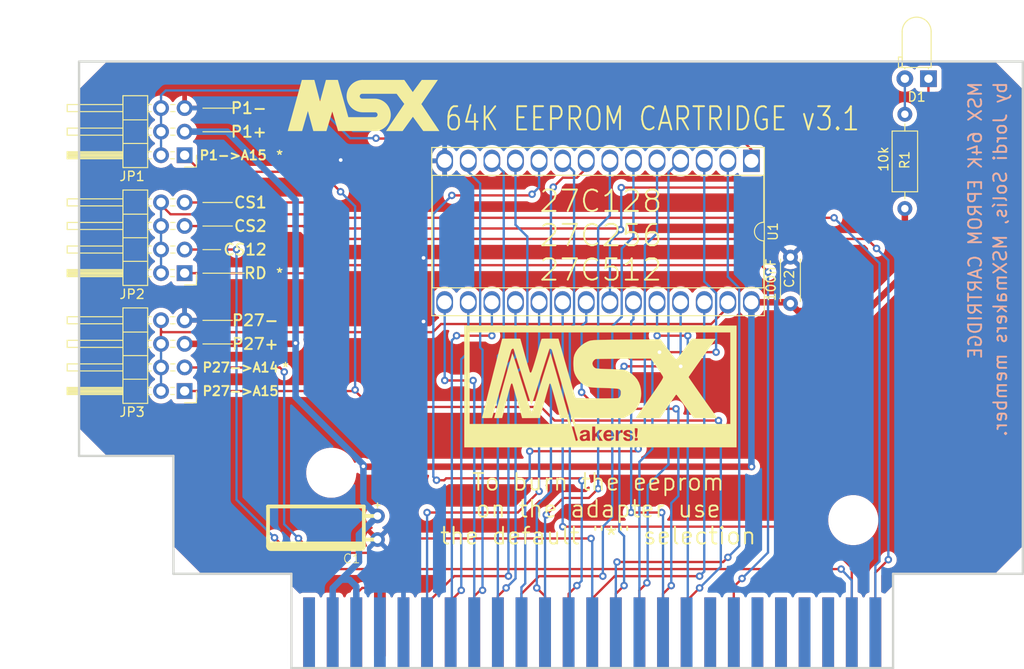
<source format=kicad_pcb>
(kicad_pcb (version 20240108) (generator "pcbnew") (generator_version "8.0")
  (layers (0 "F.Cu" signal) (31 "B.Cu" signal) (34 "B.Paste" user) (35 "F.Paste" user) (36 "B.SilkS" user "B.Silkscreen") (37 "F.SilkS" user "F.Silkscreen") (38 "B.Mask" user) (39 "F.Mask" user) (44 "Edge.Cuts" user))
  (net 0 "")
  (net 1 "+5V")
  (net 2 "GND")
  (net 3 "Net-(D1-A)")
  (net 4 "/~{OE}")
  (net 5 "/A15")
  (net 6 "/P1")
  (net 7 "/~{CS2}")
  (net 8 "/~{CS12}")
  (net 9 "/~{RD}")
  (net 10 "/~{CS1}")
  (net 11 "/P27")
  (net 12 "/A14")
  (net 13 "/D3")
  (net 14 "/D4")
  (net 15 "/A5")
  (net 16 "/A11")
  (net 17 "/D1")
  (net 18 "/A6")
  (net 19 "/A7")
  (net 20 "/~{SLTSL}")
  (net 21 "/D2")
  (net 22 "/A10")
  (net 23 "/D7")
  (net 24 "/D0")
  (net 25 "/A2")
  (net 26 "/A3")
  (net 27 "/D6")
  (net 28 "/A4")
  (net 29 "/A1")
  (net 30 "/A0")
  (net 31 "/A8")
  (net 32 "/A9")
  (net 33 "/A13")
  (net 34 "/A12")
  (net 35 "/D5")
  (net 47 "Net-(CN1-SW1)")
  (footprint "Connector_PinHeader_2.54mm:PinHeader_2x04_P2.54mm_Horizontal" (layer "F.Cu") (at 112.965 97.145 180)
    (property "Reference" "JP3")
    (property "Value" "PinHeader_2x04_P2.54mm_Horizontal")
  )
  (footprint "Capacitor_THT:C_Disc_D4.3mm_W1.9mm_P5.00mm" (layer "F.Cu") (at 178.181 87.72 90)
    (property "Reference" "C2")
    (property "Value" "100nF")
  )
  (footprint "MSXmakers:CP_tumbado" (layer "F.Cu") (at 133.73 111.88 -90)
    (property "Reference" "C1")
    (property "Value" "100uF")
  )
  (footprint "LED_THT:LED_D3.0mm_Horizontal_O1.27mm_Z2.0mm" (layer "F.Cu") (at 193.04 63.5 180)
    (property "Reference" "D1")
    (property "Value" "LED_D3.0mm")
  )
  (footprint "Resistor_THT:R_Axial_DIN0207_L6.3mm_D2.5mm_P10.16mm_Horizontal" (layer "F.Cu") (at 190.5 77.49 90)
    (property "Reference" "R1")
    (property "Value" "10k")
  )
  (footprint "MSXmakers:DIP-28c_W15.24mm_Socket_LongPads" (layer "F.Cu") (at 173.98 72.35 -90)
    (property "Reference" "U1")
    (property "Value" "W27C512")
  )
  (footprint "Connector_PinHeader_2.54mm:PinHeader_2x03_P2.54mm_Horizontal" (layer "F.Cu") (at 112.965 71.745 180)
    (property "Reference" "JP1")
    (property "Value" "PinHeader_2x03_P2.54mm_Horizontal")
  )
  (footprint "MSXmakers:Logo_MSXmakers_fsilk_29x14_neg" (layer "F.Cu") (at 157.71 96.64)
    (property "Reference" "LO1" (hide yes))
    (property "Value" "LOGO" (hide yes))
  )
  (footprint "MSXmakers:CARTRIDGE_#_MSX_XL" (layer "F.Cu") (at 156.845 122.555)
    (property "Reference" "CN1" (hide yes))
    (property "Value" "MSX_SLOT_CON" (hide yes))
    (fp_line (start -55.245 -18.415) (end -55.245 -60.9) (stroke (width 0.254)) (layer "Edge.Cuts"))
    (fp_line (start -55.24 -60.9) (end 46.35 -60.9) (stroke (width 0.254)) (layer "Edge.Cuts"))
    (fp_line (start -45.085 -18.415) (end -55.245 -18.415) (stroke (width 0.254)) (layer "Edge.Cuts"))
    (fp_line (start -45.085 -5.715) (end -45.085 -18.415) (stroke (width 0.254)) (layer "Edge.Cuts"))
    (fp_line (start -32.385 -5.715) (end -45.085 -5.715) (stroke (width 0.254)) (layer "Edge.Cuts"))
    (fp_line (start -32.385 4.445) (end -32.385 -5.715) (stroke (width 0.254)) (layer "Edge.Cuts"))
    (fp_line (start 32.385 -5.715) (end 32.385 4.445) (stroke (width 0.254)) (layer "Edge.Cuts"))
    (fp_line (start 32.385 4.445) (end -32.385 4.445) (stroke (width 0.254)) (layer "Edge.Cuts"))
    (fp_line (start 46.355 -60.9) (end 46.355 -5.715) (stroke (width 0.254)) (layer "Edge.Cuts"))
    (fp_line (start 46.355 -5.715) (end 32.385 -5.715) (stroke (width 0.254)) (layer "Edge.Cuts"))
  )
  (footprint "Connector_PinHeader_2.54mm:PinHeader_2x04_P2.54mm_Horizontal" (layer "F.Cu") (at 112.965 84.445 180)
    (property "Reference" "JP2")
    (property "Value" "PinHeader_2x04_P2.54mm_Horizontal")
  )
  (gr_poly (pts (xy 126.819 69.141) (xy 126.235 66.982) (xy 125.613 69.141) (xy 124.063 69.141) (xy 125.587 63.629) (xy 126.933 63.629) (xy 127.543 65.953) (xy 128.178 63.629) (xy 129.461 63.629) (xy 130.591 67.642) (xy 133.474 67.642) (xy 133.506 67.641) (xy 133.538 67.635) (xy 133.569 67.625) (xy 133.599 67.611) (xy 133.626 67.594) (xy 133.651 67.574) (xy 133.674 67.55) (xy 133.693 67.524) (xy 133.71 67.496) (xy 133.722 67.466) (xy 133.731 67.435) (xy 133.736 67.403) (xy 133.736 67.37) (xy 133.733 67.338) (xy 133.726 67.306) (xy 133.715 67.276) (xy 133.701 67.247) (xy 133.682 67.22) (xy 133.661 67.195) (xy 133.637 67.174) (xy 133.61 67.155) (xy 133.582 67.14) (xy 133.551 67.129) (xy 133.52 67.121) (xy 133.488 67.117) (xy 133.455 67.118) (xy 133.423 67.122) (xy 132.153 67.122) (xy 131.937 67.109) (xy 131.725 67.07) (xy 131.519 67.005) (xy 131.323 66.915) (xy 131.139 66.802) (xy 130.97 66.667) (xy 130.82 66.512) (xy 130.69 66.339) (xy 130.582 66.152) (xy 130.498 65.954) (xy 130.439 65.746) (xy 130.406 65.532) (xy 130.4 65.316) (xy 130.42 65.101) (xy 130.467 64.891) (xy 130.539 64.687) (xy 130.636 64.494) (xy 130.756 64.315) (xy 130.897 64.151) (xy 131.058 64.006) (xy 131.234 63.882) (xy 131.425 63.781) (xy 131.627 63.704) (xy 131.837 63.653) (xy 132.051 63.628) (xy 132.267 63.629) (xy 136.611 63.629) (xy 137.525 64.938) (xy 138.49 63.629) (xy 140.23 63.629) (xy 138.452 66.233) (xy 140.395 69.141) (xy 138.655 69.141) (xy 137.538 67.604) (xy 136.433 69.141) (xy 134.642 69.141) (xy 136.611 66.22) (xy 135.785 65.128) (xy 132.077 65.128) (xy 132.045 65.13) (xy 132.014 65.136) (xy 131.983 65.146) (xy 131.954 65.159) (xy 131.927 65.176) (xy 131.902 65.196) (xy 131.88 65.218) (xy 131.861 65.244) (xy 131.845 65.272) (xy 131.832 65.301) (xy 131.824 65.332) (xy 131.819 65.363) (xy 131.817 65.395) (xy 131.82 65.427) (xy 131.827 65.458) (xy 131.837 65.488) (xy 131.851 65.516) (xy 131.868 65.543) (xy 131.889 65.568) (xy 131.912 65.589) (xy 131.938 65.608) (xy 131.966 65.624) (xy 131.995 65.636) (xy 132.026 65.644) (xy 132.058 65.648) (xy 132.09 65.649) (xy 133.41 65.649) (xy 133.622 65.661) (xy 133.83 65.7) (xy 134.032 65.763) (xy 134.225 65.85) (xy 134.407 65.96) (xy 134.573 66.091) (xy 134.723 66.241) (xy 134.853 66.408) (xy 134.963 66.589) (xy 135.049 66.783) (xy 135.112 66.985) (xy 135.149 67.194) (xy 135.162 67.405) (xy 135.148 67.617) (xy 135.11 67.825) (xy 135.046 68.027) (xy 134.959 68.22) (xy 134.848 68.401) (xy 134.717 68.567) (xy 134.567 68.716) (xy 134.4 68.846) (xy 134.218 68.955) (xy 134.024 69.041) (xy 133.822 69.104) (xy 133.614 69.141) (xy 129.486 69.141) (xy 128.864 67.033) (xy 128.229 69.141)) (fill solid) (layer "F.SilkS"))
  (gr_line (start 114.935 79.375) (end 118.11 79.375) (stroke (width 0.12)) (layer "F.SilkS"))
  (gr_line (start 114.935 92.075) (end 118.11 92.075) (stroke (width 0.12)) (layer "F.SilkS"))
  (gr_line (start 114.935 76.835) (end 118.11 76.835) (stroke (width 0.12)) (layer "F.SilkS"))
  (gr_line (start 114.935 66.675) (end 118.11 66.675) (stroke (width 0.12)) (layer "F.SilkS"))
  (gr_line (start 114.935 81.915) (end 116.84 81.915) (stroke (width 0.12)) (layer "F.SilkS"))
  (gr_line (start 114.935 89.535) (end 118.11 89.535) (stroke (width 0.12)) (layer "F.SilkS"))
  (gr_line (start 114.935 69.215) (end 118.11 69.215) (stroke (width 0.12)) (layer "F.SilkS"))
  (gr_line (start 114.935 84.455) (end 119.38 84.455) (stroke (width 0.12)) (layer "F.SilkS"))
  (gr_text "by Jordi Solís, MSXmakers member." (at 200.773 63.714 90) (layer "B.SilkS") (effects (font (size 1.4 1.4) (thickness 0.203)) (justify left mirror)))
  (gr_text "MSX 64K EPROM CARTRIDGE" (at 198.073 63.714 90) (layer "B.SilkS") (effects (font (size 1.4 1.4) (thickness 0.203)) (justify left mirror)))
  (gr_text "P27->A14" (at 123.19 94.615 0) (layer "F.SilkS") (effects (font (size 1 1) (thickness 0.203)) (justify right)))
  (gr_text "CS2" (at 121.92 79.375 0) (layer "F.SilkS") (effects (font (size 1.2 1.2) (thickness 0.203)) (justify right)))
  (gr_text "27C128\n27C256\n27C512" (at 151.003 80.391 0) (layer "F.SilkS") (effects (font (size 2.3 2.3) (thickness 0.203)) (justify left)))
  (gr_text "CS12" (at 121.92 81.915 0) (layer "F.SilkS") (effects (font (size 1.2 1.2) (thickness 0.203)) (justify right)))
  (gr_text "64K EEPROM CARTRIDGE v3.1" (at 140.843 67.818 0) (layer "F.SilkS") (effects (font (size 2.5 2) (thickness 0.203)) (justify left)))
  (gr_text "*" (at 123.19 84.455 0) (layer "F.SilkS") (effects (font (size 1 1))))
  (gr_text "RD" (at 121.92 84.455 0) (layer "F.SilkS") (effects (font (size 1.2 1.2) (thickness 0.203)) (justify right)))
  (gr_text "To burn the eeprom\non the adapter use\nthe default {dblquote}*{dblquote} selection" (at 157.48 109.855 0) (layer "F.SilkS") (effects (font (size 1.8 1.8) (thickness 0.203))))
  (gr_text "P1+" (at 121.92 69.215 0) (layer "F.SilkS") (effects (font (size 1.2 1.2) (thickness 0.203)) (justify right)))
  (gr_text "*" (at 123.19 71.755 0) (layer "F.SilkS") (effects (font (size 1 1))))
  (gr_text "*" (at 123.825 94.615 0) (layer "F.SilkS") (effects (font (size 1 1))))
  (gr_text "P27->A15" (at 123.19 97.155 0) (layer "F.SilkS") (effects (font (size 1 1) (thickness 0.203)) (justify right)))
  (gr_text "P27-" (at 123.19 89.535 0) (layer "F.SilkS") (effects (font (size 1.2 1.2) (thickness 0.203)) (justify right)))
  (gr_text "P27+" (at 123.19 92.075 0) (layer "F.SilkS") (effects (font (size 1.2 1.2) (thickness 0.203)) (justify right)))
  (gr_text "P1->A15" (at 121.92 71.755 0) (layer "F.SilkS") (effects (font (size 1 1) (thickness 0.203)) (justify right)))
  (gr_text "CS1" (at 121.92 76.835 0) (layer "F.SilkS") (effects (font (size 1.2 1.2) (thickness 0.203)) (justify right)))
  (gr_text "P1-" (at 121.92 66.675 0) (layer "F.SilkS") (effects (font (size 1.2 1.2) (thickness 0.203)) (justify right)))
  (segment (start 132.25 105.3) (end 132.21 105.26) (width 0.7) (layer "F.Cu") (net 1))
  (segment (start 190.5 84.457792) (end 186.427792 88.53) (width 0.7) (layer "F.Cu") (net 1))
  (segment (start 186.427792 88.53) (end 178.991 88.53) (width 0.7) (layer "F.Cu") (net 1))
  (segment (start 174.11 87.72) (end 173.98 87.59) (width 0.7) (layer "F.Cu") (net 1))
  (segment (start 174.365 87.757) (end 173.983 88.139) (width 0.7) (layer "F.Cu") (net 1))
  (segment (start 124.91 91.99) (end 124.835 92.065) (width 0.7) (layer "F.Cu") (net 1))
  (segment (start 178.051 87.59) (end 178.181 87.72) (width 0.7) (layer "F.Cu") (net 1))
  (segment (start 178.991 88.53) (end 178.181 87.72) (width 0.7) (layer "F.Cu") (net 1))
  (segment (start 173.98 87.59) (end 178.051 87.59) (width 0.7) (layer "F.Cu") (net 1))
  (segment (start 190.5 77.49) (end 190.5 84.457792) (width 0.7) (layer "F.Cu") (net 1))
  (segment (start 124.835 92.065) (end 112.965 92.065) (width 0.7) (layer "F.Cu") (net 1))
  (segment (start 174 105.3) (end 132.25 105.3) (width 0.7) (layer "F.Cu") (net 1))
  (via (at 132.21 105.26) (size 0.8) (drill 0.4) (layers "F.Cu" "B.Cu") (net 1))
  (via (at 174 105.3) (size 0.8) (drill 0.4) (layers "F.Cu" "B.Cu") (net 1))
  (via (at 124.91 91.99) (size 0.8) (drill 0.4) (layers "F.Cu" "B.Cu") (net 1))
  (segment (start 124.91 97.79) (end 132.21 105.09) (width 0.7) (layer "B.Cu") (net 1))
  (segment (start 124.91 91.99) (end 124.91 97.79) (width 0.7) (layer "B.Cu") (net 1))
  (segment (start 133.73 110.61) (end 132.21 109.09) (width 0.7) (layer "B.Cu") (net 1))
  (segment (start 117.535 69.205) (end 112.965 69.205) (width 0.7) (layer "B.Cu") (net 1))
  (segment (start 131.731 115.559) (end 131.731 112.609) (width 0.7) (layer "B.Cu") (net 1))
  (segment (start 128.905 118.385) (end 128.905 123.19) (width 0.7) (layer "B.Cu") (net 1))
  (segment (start 132.21 105.09) (end 132.21 105.26) (width 0.7) (layer "B.Cu") (net 1))
  (segment (start 131.731 112.609) (end 133.73 110.61) (width 0.7) (layer "B.Cu") (net 1))
  (segment (start 131.445 118.205) (end 130.71 117.47) (width 0.7) (layer "B.Cu") (net 1))
  (segment (start 124.91 91.99) (end 124.91 76.58) (width 0.7) (layer "B.Cu") (net 1))
  (segment (start 124.91 76.58) (end 117.535 69.205) (width 0.7) (layer "B.Cu") (net 1))
  (segment (start 130.71 117.47) (end 129.82 117.47) (width 0.7) (layer "B.Cu") (net 1))
  (segment (start 174 105.3) (end 173.98 105.28) (width 0.7) (layer "B.Cu") (net 1))
  (segment (start 173.98 105.28) (end 173.98 87.59) (width 0.7) (layer "B.Cu") (net 1))
  (segment (start 131.731 115.559) (end 129.82 117.47) (width 0.7) (layer "B.Cu") (net 1))
  (segment (start 129.82 117.47) (end 128.905 118.385) (width 0.7) (layer "B.Cu") (net 1))
  (segment (start 131.445 123.19) (end 131.445 118.205) (width 0.7) (layer "B.Cu") (net 1))
  (segment (start 132.21 109.09) (end 132.21 105.26) (width 0.7) (layer "B.Cu") (net 1))
  (segment (start 110.87 87.43) (end 107.37 83.93) (width 0.2) (layer "F.Cu") (net 2))
  (segment (start 139.748 81.74) (end 177.201 81.74) (width 0.25) (layer "F.Cu") (net 2))
  (segment (start 129.7686 72.263) (end 123.633 72.263) (width 0.25) (layer "F.Cu") (net 2))
  (segment (start 107.37 64.87) (end 107.88 64.36) (width 0.2) (layer "F.Cu") (net 2))
  (segment (start 118.045 66.675) (end 114.489 66.675) (width 0.25) (layer "F.Cu") (net 2))
  (segment (start 111.19 64.37) (end 111.2 64.38) (width 0.2) (layer "F.Cu") (net 2))
  (segment (start 138.731 82.757) (end 138.684 82.804) (width 0.7) (layer "F.Cu") (net 2))
  (segment (start 116.015 66.675) (end 112.965 66.675) (width 0.25) (layer "F.Cu") (net 2))
  (segment (start 123.633 72.263) (end 118.045 66.675) (width 0.25) (layer "F.Cu") (net 2))
  (segment (start 107.37 83.93) (end 107.37 64.87) (width 0.2) (layer "F.Cu") (net 2))
  (segment (start 107.88 64.36) (end 111.2 64.36) (width 0.2) (layer "F.Cu") (net 2))
  (segment (start 112.965 66.665) (end 112.965 64.405) (width 0.25) (layer "F.Cu") (net 2))
  (segment (start 177.201 81.74) (end 178.181 82.72) (width 0.25) (layer "F.Cu") (net 2))
  (segment (start 118.045 66.675) (end 116.015 66.675) (width 0.25) (layer "F.Cu") (net 2))
  (segment (start 112.965 89.525) (end 112.965 87.685) (width 0.2) (layer "F.Cu") (net 2))
  (segment (start 111.2 64.38) (end 112.94 64.38) (width 0.2) (layer "F.Cu") (net 2))
  (segment (start 112.965 64.405) (end 112.94 64.38) (width 0.25) (layer "F.Cu") (net 2))
  (segment (start 116.521 66.675) (end 116.015 66.675) (width 0.25) (layer "F.Cu") (net 2))
  (segment (start 112.71 87.43) (end 110.87 87.43) (width 0.2) (layer "F.Cu") (net 2))
  (segment (start 138.684 82.804) (end 139.748 81.74) (width 0.25) (layer "F.Cu") (net 2))
  (segment (start 112.965 87.685) (end 112.71 87.43) (width 0.2) (layer "F.Cu") (net 2))
  (via (at 138.684 89.662) (size 0.8) (drill 0.4) (layers "F.Cu" "B.Cu") (net 2))
  (via (at 129.7686 72.263) (size 0.8) (drill 0.4) (layers "F.Cu" "B.Cu") (net 2))
  (via (at 138.684 82.804) (size 0.8) (drill 0.4) (layers "F.Cu" "B.Cu") (net 2))
  (segment (start 138.684 72.29) (end 138.684 82.804) (width 0.25) (layer "B.Cu") (net 2))
  (segment (start 135.56 111.328) (end 133.731 113.157) (width 0.25) (layer "B.Cu") (net 2))
  (segment (start 140.963 72.29) (end 138.684 72.29) (width 0.25) (layer "B.Cu") (net 2))
  (segment (start 136.525 115.951) (end 133.731 113.157) (width 0.25) (layer "B.Cu") (net 2))
  (segment (start 134.862 114.288) (end 133.985 115.165) (width 0.25) (layer "B.Cu") (net 2))
  (segment (start 138.684 82.804) (end 138.684 89.662) (width 0.25) (layer "B.Cu") (net 2))
  (segment (start 135.56 106.947902) (end 135.56 111.328) (width 0.25) (layer "B.Cu") (net 2))
  (segment (start 140.936 72.263) (end 140.963 72.29) (width 0.7) (layer "B.Cu") (net 2))
  (segment (start 138.684 103.823902) (end 135.56 106.947902) (width 0.25) (layer "B.Cu") (net 2))
  (segment (start 133.985 115.165) (end 133.985 123.19) (width 0.25) (layer "B.Cu") (net 2))
  (segment (start 138.684 89.662) (end 138.684 103.823902) (width 0.25) (layer "B.Cu") (net 2))
  (segment (start 136.525 123.19) (end 136.525 115.951) (width 0.25) (layer "B.Cu") (net 2))
  (segment (start 129.7686 72.263) (end 140.936 72.263) (width 0.25) (layer "B.Cu") (net 2))
  (segment (start 133.731 113.157) (end 134.862 114.288) (width 0.25) (layer "B.Cu") (net 2))
  (segment (start 190.5 63.44) (end 190.435 63.375) (width 0.25) (layer "B.Cu") (net 3))
  (segment (start 190.5 67.33) (end 190.5 63.5) (width 0.25) (layer "B.Cu") (net 3))
  (segment (start 190.5 63.5) (end 190.5 63.44) (width 0.25) (layer "B.Cu") (net 3))
  (segment (start 128.3885 79.6375) (end 159.7745 79.6375) (width 0.25) (layer "F.Cu") (net 4))
  (segment (start 193.04 63.5) (end 193.04 67.31) (width 0.25) (layer "F.Cu") (net 4))
  (segment (start 159.7745 79.6375) (end 159.893 79.756) (width 0.25) (layer "F.Cu") (net 4))
  (segment (start 185.12 75.23) (end 159.97 75.23) (width 0.25) (layer "F.Cu") (net 4))
  (segment (start 126.856 78.105) (end 128.3885 79.6375) (width 0.25) (layer "F.Cu") (net 4))
  (segment (start 110.6805 77.2795) (end 110.2995 76.8985) (width 0.25) (layer "F.Cu") (net 4))
  (segment (start 193.04 67.31) (end 185.12 75.23) (width 0.25) (layer "F.Cu") (net 4))
  (segment (start 111.441 78.105) (end 126.856 78.105) (width 0.25) (layer "F.Cu") (net 4))
  (segment (start 110.679 77.343) (end 111.441 78.105) (width 0.25) (layer "F.Cu") (net 4))
  (via (at 159.893 79.756) (size 0.8) (drill 0.4) (layers "F.Cu" "B.Cu") (net 4))
  (via (at 159.97 75.23) (size 0.8) (drill 0.4) (layers "F.Cu" "B.Cu") (net 4))
  (segment (start 158.75 81.026) (end 159.967511 79.808489) (width 0.25) (layer "B.Cu") (net 4))
  (segment (start 158.75 82.149255) (end 158.75 88.030744) (width 0.25) (layer "B.Cu") (net 4))
  (segment (start 158.75 82.296) (end 158.75 81.026) (width 0.25) (layer "B.Cu") (net 4))
  (segment (start 159.967511 79.808489) (end 159.967511 75.232489) (width 0.25) (layer "B.Cu") (net 4))
  (segment (start 159.967511 75.232489) (end 159.97 75.23) (width 0.25) (layer "B.Cu") (net 4))
  (segment (start 110.425 76.825) (end 110.425 84.445) (width 0.25) (layer "B.Cu") (net 4))
  (segment (start 151.327011 98.862989) (end 133.048189 98.862989) (width 0.25) (layer "F.Cu") (net 5))
  (segment (start 114.743 97.155) (end 113.219 97.155) (width 0.25) (layer "F.Cu") (net 5))
  (segment (start 133.048189 98.862989) (end 131.318 97.1328) (width 0.25) (layer "F.Cu") (net 5))
  (segment (start 131.318 97.1328) (end 131.318 97.028) (width 0.25) (layer "F.Cu") (net 5))
  (segment (start 114.235 97.155) (end 131.191 97.155) (width 0.25) (layer "F.Cu") (net 5))
  (segment (start 168.402 118.364) (end 167.005 119.761) (width 0.25) (layer "F.Cu") (net 5))
  (segment (start 167.005 119.761) (end 167.005 123.19) (width 0.25) (layer "F.Cu") (net 5))
  (segment (start 152.794022 100.33) (end 151.327011 98.862989) (width 0.25) (layer "F.Cu") (net 5))
  (segment (start 170.434 100.33) (end 152.794022 100.33) (width 0.25) (layer "F.Cu") (net 5))
  (segment (start 131.191 97.155) (end 131.318 97.028) (width 0.25) (layer "F.Cu") (net 5))
  (segment (start 127.6 73.53) (end 129.75 75.68) (width 0.25) (layer "F.Cu") (net 5))
  (segment (start 112.965 71.745) (end 114.75 73.53) (width 0.25) (layer "F.Cu") (net 5))
  (segment (start 114.75 73.53) (end 127.6 73.53) (width 0.25) (layer "F.Cu") (net 5))
  (via (at 131.318 97.028) (size 0.8) (drill 0.4) (layers "F.Cu" "B.Cu") (net 5))
  (via (at 129.75 75.68) (size 0.8) (drill 0.4) (layers "F.Cu" "B.Cu") (net 5))
  (via (at 168.402 118.364) (size 0.8) (drill 0.4) (layers "F.Cu" "B.Cu") (net 5))
  (via (at 170.434 100.33) (size 0.8) (drill 0.4) (layers "F.Cu" "B.Cu") (net 5))
  (segment (start 131.318 97.028) (end 131.318 77.248) (width 0.25) (layer "B.Cu") (net 5))
  (segment (start 170.688 100.584) (end 170.688 116.078) (width 0.25) (layer "B.Cu") (net 5))
  (segment (start 170.688 116.078) (end 168.402 118.364) (width 0.25) (layer "B.Cu") (net 5))
  (segment (start 170.434 100.33) (end 170.688 100.584) (width 0.25) (layer "B.Cu") (net 5))
  (segment (start 131.318 77.248) (end 129.75 75.68) (width 0.25) (layer "B.Cu") (net 5))
  (segment (start 133.61 69.95) (end 133.57 69.91) (width 0.25) (layer "F.Cu") (net 6))
  (segment (start 173.983 72.289) (end 173.983 71.139) (width 0.25) (layer "F.Cu") (net 6))
  (segment (start 172.794 69.95) (end 133.61 69.95) (width 0.25) (layer "F.Cu") (net 6))
  (segment (start 173.983 71.139) (end 172.794 69.95) (width 0.25) (layer "F.Cu") (net 6))
  (via (at 133.57 69.91) (size 0.8) (drill 0.4) (layers "F.Cu" "B.Cu") (net 6))
  (segment (start 110.425 65.490489) (end 110.425 65.278) (width 0.25) (layer "B.Cu") (net 6))
  (segment (start 110.425 65.828744) (end 110.425 65.489255) (width 0.25) (layer "B.Cu") (net 6))
  (segment (start 110.425 69.205) (end 110.425 71.745) (width 0.25) (layer "B.Cu") (net 6))
  (segment (start 110.933 64.77) (end 125.9755 64.77) (width 0.25) (layer "B.Cu") (net 6))
  (segment (start 130.7938 69.91) (end 133.57 69.91) (width 0.25) (layer "B.Cu") (net 6))
  (segment (start 110.425 66.665) (end 110.425 69.205) (width 0.25) (layer "B.Cu") (net 6))
  (segment (start 110.425 65.278) (end 110.933 64.77) (width 0.25) (layer "B.Cu") (net 6))
  (segment (start 125.6538 64.77) (end 130.7938 69.91) (width 0.25) (layer "B.Cu") (net 6))
  (segment (start 114.235 79.375) (end 125.73 79.375) (width 0.25) (layer "F.Cu") (net 7))
  (segment (start 187.325 123.19) (end 187.325 116.713) (width 0.25) (layer "F.Cu") (net 7))
  (segment (start 127.117011 80.762011) (end 186.426011 80.762011) (width 0.25) (layer "F.Cu") (net 7))
  (segment (start 113.03 79.375) (end 116.205 79.375) (width 0.25) (layer "F.Cu") (net 7))
  (segment (start 186.426011 80.762011) (end 187.452 81.788) (width 0.25) (layer "F.Cu") (net 7))
  (segment (start 187.325 116.713) (end 188.722 115.316) (width 0.25) (layer "F.Cu") (net 7))
  (segment (start 125.73 79.375) (end 127.117011 80.762011) (width 0.25) (layer "F.Cu") (net 7))
  (via (at 188.722 115.316) (size 0.8) (drill 0.4) (layers "F.Cu" "B.Cu") (net 7))
  (via (at 187.452 81.788) (size 0.8) (drill 0.4) (layers "F.Cu" "B.Cu") (net 7))
  (segment (start 188.722 83.058) (end 187.452 81.788) (width 0.25) (layer "B.Cu") (net 7))
  (segment (start 188.722 115.316) (end 188.722 83.058) (width 0.25) (layer "B.Cu") (net 7))
  (segment (start 183.642 116.332) (end 126.022 116.332) (width 0.25) (layer "F.Cu") (net 8))
  (segment (start 112.965 81.905) (end 118.55 81.905) (width 0.25) (layer "F.Cu") (net 8))
  (segment (start 126.022 116.332) (end 122.64 112.95) (width 0.25) (layer "F.Cu") (net 8))
  (via (at 122.64 112.95) (size 0.8) (drill 0.4) (layers "F.Cu" "B.Cu") (net 8))
  (via (at 183.642 116.332) (size 0.8) (drill 0.4) (layers "F.Cu" "B.Cu") (net 8))
  (via (at 118.55 81.905) (size 0.8) (drill 0.4) (layers "F.Cu" "B.Cu") (net 8))
  (segment (start 183.642 116.332) (end 184.785 117.549414) (width 0.25) (layer "B.Cu") (net 8))
  (segment (start 184.785 117.549414) (end 184.785 123.19) (width 0.25) (layer "B.Cu") (net 8))
  (segment (start 118.55 108.86) (end 118.55 81.905) (width 0.25) (layer "B.Cu") (net 8))
  (segment (start 122.64 112.95) (end 118.55 108.86) (width 0.25) (layer "B.Cu") (net 8))
  (segment (start 129.267511 83.592989) (end 128.40125 84.45925) (width 0.25) (layer "F.Cu") (net 9))
  (segment (start 172.085 118.237) (end 172.085 123.19) (width 0.25) (layer "F.Cu") (net 9))
  (segment (start 172.974 117.348) (end 172.085 118.237) (width 0.25) (layer "F.Cu") (net 9))
  (segment (start 116.586 84.455) (end 114.139511 84.455) (width 0.25) (layer "F.Cu") (net 9))
  (segment (start 128.40125 84.45925) (end 116.59025 84.45925) (width 0.25) (layer "F.Cu") (net 9))
  (segment (start 115.650244 84.455) (end 112.949755 84.455) (width 0.25) (layer "F.Cu") (net 9))
  (segment (start 175.768 84.328) (end 175.032989 83.592989) (width 0.25) (layer "F.Cu") (net 9))
  (segment (start 116.59025 84.45925) (end 116.586 84.455) (width 0.25) (layer "F.Cu") (net 9))
  (segment (start 175.032989 83.592989) (end 129.267511 83.592989) (width 0.25) (layer "F.Cu") (net 9))
  (via (at 172.974 117.348) (size 0.8) (drill 0.4) (layers "F.Cu" "B.Cu") (net 9))
  (via (at 175.768 84.328) (size 0.8) (drill 0.4) (layers "F.Cu" "B.Cu") (net 9))
  (segment (start 175.768 84.328) (end 175.768 114.554) (width 0.25) (layer "B.Cu") (net 9))
  (segment (start 175.768 114.554) (end 172.974 117.348) (width 0.25) (layer "B.Cu") (net 9))
  (segment (start 182.88 78.486) (end 128.905704 78.486) (width 0.25) (layer "F.Cu") (net 10))
  (segment (start 115.152247 76.835) (end 113.447752 76.835) (width 0.25) (layer "F.Cu") (net 10))
  (segment (start 127.254704 76.835) (end 114.935 76.835) (width 0.25) (layer "F.Cu") (net 10))
  (segment (start 128.905704 78.486) (end 127.254704 76.835) (width 0.25) (layer "F.Cu") (net 10))
  (via (at 182.88 78.486) (size 0.8) (drill 0.4) (layers "F.Cu" "B.Cu") (net 10))
  (segment (start 187.769521 115.506479) (end 187.325 115.951) (width 0.25) (layer "B.Cu") (net 10))
  (segment (start 187.325 115.951) (end 187.325 123.19) (width 0.25) (layer "B.Cu") (net 10))
  (segment (start 182.88 78.486) (end 187.769521 83.375521) (width 0.25) (layer "B.Cu") (net 10))
  (segment (start 187.769521 83.375521) (end 187.769521 115.506479) (width 0.25) (layer "B.Cu") (net 10))
  (segment (start 110.41 92.06) (end 110.42 89.36) (width 0.25) (layer "F.Cu") (net 11))
  (segment (start 139.69 90.81) (end 140.57 89.93) (width 0.25) (layer "F.Cu") (net 11))
  (segment (start 140.57 89.93) (end 169.652 89.93) (width 0.25) (layer "F.Cu") (net 11))
  (segment (start 110.459908 90.6995) (end 110.570408 90.81) (width 0.25) (layer "F.Cu") (net 11))
  (segment (start 110.570408 90.81) (end 139.69 90.81) (width 0.25) (layer "F.Cu") (net 11))
  (segment (start 169.652 89.93) (end 171.443 88.139) (width 0.25) (layer "F.Cu") (net 11))
  (segment (start 110.425 97.145) (end 110.425 92.065) (width 0.25) (layer "B.Cu") (net 11))
  (segment (start 156.718 113.03) (end 137.922 113.03) (width 0.25) (layer "F.Cu") (net 12))
  (segment (start 126.772 114.58) (end 125.222 113.03) (width 0.25) (layer "F.Cu") (net 12))
  (segment (start 136.372 114.58) (end 126.772 114.58) (width 0.25) (layer "F.Cu") (net 12))
  (segment (start 115.251 94.615) (end 113.219 94.615) (width 0.25) (layer "F.Cu") (net 12))
  (segment (start 114.235 94.615) (end 123.215 94.615) (width 0.25) (layer "F.Cu") (net 12))
  (segment (start 123.215 94.615) (end 123.69 95.09) (width 0.25) (layer "F.Cu") (net 12))
  (segment (start 137.922 113.03) (end 136.372 114.58) (width 0.25) (layer "F.Cu") (net 12))
  (via (at 123.69 95.09) (size 0.8) (drill 0.4) (layers "F.Cu" "B.Cu") (net 12))
  (via (at 125.222 113.03) (size 0.8) (drill 0.4) (layers "F.Cu" "B.Cu") (net 12))
  (via (at 156.718 113.03) (size 0.8) (drill 0.4) (layers "F.Cu" "B.Cu") (net 12))
  (segment (start 156.718 113.03) (end 156.845 113.157) (width 0.25) (layer "B.Cu") (net 12))
  (segment (start 123.68 111.488) (end 123.68 95.1) (width 0.25) (layer "B.Cu") (net 12))
  (segment (start 125.222 113.03) (end 123.68 111.488) (width 0.25) (layer "B.Cu") (net 12))
  (segment (start 123.68 95.1) (end 123.69 95.09) (width 0.25) (layer "B.Cu") (net 12))
  (segment (start 156.845 113.157) (end 156.845 123.19) (width 0.25) (layer "B.Cu") (net 12))
  (segment (start 140.97 96.012) (end 144.018 96.012) (width 0.25) (layer "F.Cu") (net 13))
  (via (at 140.97 96.012) (size 0.8) (drill 0.4) (layers "F.Cu" "B.Cu") (net 13))
  (via (at 144.018 96.012) (size 0.8) (drill 0.4) (layers "F.Cu" "B.Cu") (net 13))
  (segment (start 144.145 96.139) (end 144.018 96.012) (width 0.25) (layer "B.Cu") (net 13))
  (segment (start 140.97 96.012) (end 140.963 95.751) (width 0.25) (layer "B.Cu") (net 13))
  (segment (start 144.145 98.425) (end 144.145 96.139) (width 0.25) (layer "B.Cu") (net 13))
  (segment (start 140.963 95.751) (end 140.963 88.139) (width 0.25) (layer "B.Cu") (net 13))
  (segment (start 144.145 123.19) (end 144.145 98.425) (width 0.25) (layer "B.Cu") (net 13))
  (segment (start 141.605 123.19) (end 141.605 119.761) (width 0.25) (layer "F.Cu") (net 14))
  (segment (start 141.605 119.761) (end 142.748 118.618) (width 0.25) (layer "F.Cu") (net 14))
  (via (at 142.748 118.618) (size 0.8) (drill 0.4) (layers "F.Cu" "B.Cu") (net 14))
  (segment (start 142.748 118.618) (end 142.748 93.726) (width 0.25) (layer "B.Cu") (net 14))
  (segment (start 143.503 92.971) (end 143.503 88.139) (width 0.25) (layer "B.Cu") (net 14))
  (segment (start 142.748 93.726) (end 143.503 92.971) (width 0.25) (layer "B.Cu") (net 14))
  (segment (start 150.114 103.632) (end 161.544 103.632) (width 0.25) (layer "F.Cu") (net 15))
  (segment (start 161.544 103.632) (end 161.798 103.378) (width 0.25) (layer "F.Cu") (net 15))
  (via (at 161.798 103.378) (size 0.8) (drill 0.4) (layers "F.Cu" "B.Cu") (net 15))
  (via (at 150.114 103.632) (size 0.8) (drill 0.4) (layers "F.Cu" "B.Cu") (net 15))
  (segment (start 149.225 123.19) (end 149.225 118.2878) (width 0.25) (layer "B.Cu") (net 15))
  (segment (start 162.507511 81.459489) (end 163.823 80.144) (width 0.25) (layer "B.Cu") (net 15))
  (segment (start 161.798 103.378) (end 162.507511 102.668489) (width 0.25) (layer "B.Cu") (net 15))
  (segment (start 163.823 80.144) (end 163.823 72.29) (width 0.25) (layer "B.Cu") (net 15))
  (segment (start 150.114 106.5022) (end 149.6314 106.9848) (width 0.25) (layer "B.Cu") (net 15))
  (segment (start 150.114 103.632) (end 150.114 106.5022) (width 0.25) (layer "B.Cu") (net 15))
  (segment (start 149.6314 106.9848) (end 149.6314 117.8814) (width 0.25) (layer "B.Cu") (net 15))
  (segment (start 162.507511 102.668489) (end 162.507511 81.459489) (width 0.25) (layer "B.Cu") (net 15))
  (segment (start 149.6314 117.8814) (end 149.225 118.2878) (width 0.25) (layer "B.Cu") (net 15))
  (segment (start 161.036 110.236) (end 164.322048 110.236) (width 0.25) (layer "F.Cu") (net 16))
  (segment (start 164.322048 110.236) (end 164.323011 110.236963) (width 0.25) (layer "F.Cu") (net 16))
  (via (at 161.036 110.236) (size 0.8) (drill 0.4) (layers "F.Cu" "B.Cu") (net 16))
  (via (at 164.323011 110.236963) (size 0.8) (drill 0.4) (layers "F.Cu" "B.Cu") (net 16))
  (segment (start 164.465 123.19) (end 164.465 110.378952) (width 0.25) (layer "B.Cu") (net 16))
  (segment (start 164.465 110.378952) (end 164.323011 110.236963) (width 0.25) (layer "B.Cu") (net 16))
  (segment (start 161.283 89.411792) (end 161.283 88.139) (width 0.25) (layer "B.Cu") (net 16))
  (segment (start 161.036 110.236) (end 161.036 89.658792) (width 0.25) (layer "B.Cu") (net 16))
  (segment (start 161.036 89.658792) (end 161.283 89.411792) (width 0.25) (layer "B.Cu") (net 16))
  (segment (start 147.32 92.71) (end 147.32 73.567) (width 0.25) (layer "B.Cu") (net 17))
  (segment (start 146.685 93.345) (end 147.32 92.71) (width 0.25) (layer "B.Cu") (net 17))
  (segment (start 147.32 73.567) (end 146.043 72.29) (width 0.25) (layer "B.Cu") (net 17))
  (segment (start 146.685 123.19) (end 146.685 93.345) (width 0.25) (layer "B.Cu") (net 17))
  (segment (start 161.925 123.19) (end 161.925 118.627167) (width 0.25) (layer "F.Cu") (net 18))
  (segment (start 161.925 118.627167) (end 162.733667 117.8185) (width 0.25) (layer "F.Cu") (net 18))
  (via (at 162.733667 117.8185) (size 0.8) (drill 0.4) (layers "F.Cu" "B.Cu") (net 18))
  (segment (start 162.733667 117.8185) (end 162.733667 117.682333) (width 0.25) (layer "B.Cu") (net 18))
  (segment (start 165.047511 105.081489) (end 165.047511 73.605489) (width 0.25) (layer "B.Cu") (net 18))
  (segment (start 162.814 107.315) (end 165.047511 105.081489) (width 0.25) (layer "B.Cu") (net 18))
  (segment (start 165.047511 73.605489) (end 166.363 72.29) (width 0.25) (layer "B.Cu") (net 18))
  (segment (start 162.733667 117.682333) (end 162.814 117.602) (width 0.25) (layer "B.Cu") (net 18))
  (segment (start 162.814 117.602) (end 162.814 107.315) (width 0.25) (layer "B.Cu") (net 18))
  (segment (start 170.18 92.964) (end 164.084 92.964) (width 0.25) (layer "F.Cu") (net 19))
  (via (at 170.18 92.964) (size 0.8) (drill 0.4) (layers "F.Cu" "B.Cu") (net 19))
  (via (at 164.084 92.964) (size 0.8) (drill 0.4) (layers "F.Cu" "B.Cu") (net 19))
  (segment (start 170.18 86.614) (end 168.917 85.351) (width 0.25) (layer "B.Cu") (net 19))
  (segment (start 168.903 85.351) (end 168.903 72.29) (width 0.25) (layer "B.Cu") (net 19))
  (segment (start 163.322 103.378) (end 161.925 104.775) (width 0.25) (layer "B.Cu") (net 19))
  (segment (start 164.084 92.964) (end 163.322 93.726) (width 0.25) (layer "B.Cu") (net 19))
  (segment (start 168.917 85.351) (end 168.903 85.351) (width 0.25) (layer "B.Cu") (net 19))
  (segment (start 163.322 93.726) (end 163.322 103.378) (width 0.25) (layer "B.Cu") (net 19))
  (segment (start 161.925 104.775) (end 161.925 123.19) (width 0.25) (layer "B.Cu") (net 19))
  (segment (start 170.18 92.964) (end 170.18 86.614) (width 0.25) (layer "B.Cu") (net 19))
  (segment (start 180.34 111.76) (end 153.67 111.76) (width 0.25) (layer "F.Cu") (net 20))
  (segment (start 184.785 116.205) (end 180.34 111.76) (width 0.25) (layer "F.Cu") (net 20))
  (segment (start 184.785 123.19) (end 184.785 116.205) (width 0.25) (layer "F.Cu") (net 20))
  (via (at 153.67 111.76) (size 0.8) (drill 0.4) (layers "F.Cu" "B.Cu") (net 20))
  (segment (start 153.663 111.753) (end 153.663 88.139) (width 0.25) (layer "B.Cu") (net 20))
  (segment (start 153.67 111.76) (end 153.663 111.753) (width 0.25) (layer "B.Cu") (net 20))
  (segment (start 144.78 118.618) (end 145.034 118.618) (width 0.25) (layer "F.Cu") (net 21))
  (segment (start 144.145 119.253) (end 144.78 118.618) (width 0.25) (layer "F.Cu") (net 21))
  (segment (start 144.145 123.19) (end 144.145 119.253) (width 0.25) (layer "F.Cu") (net 21))
  (via (at 145.034 118.618) (size 0.8) (drill 0.4) (layers "F.Cu" "B.Cu") (net 21))
  (segment (start 143.503 73.526) (end 143.503 72.29) (width 0.25) (layer "B.Cu") (net 21))
  (segment (start 145.034 92.71) (end 144.78 92.456) (width 0.25) (layer "B.Cu") (net 21))
  (segment (start 144.78 92.456) (end 144.78 74.803) (width 0.25) (layer "B.Cu") (net 21))
  (segment (start 144.78 74.803) (end 143.503 73.526) (width 0.25) (layer "B.Cu") (net 21))
  (segment (start 145.034 118.618) (end 145.034 92.71) (width 0.25) (layer "B.Cu") (net 21))
  (segment (start 164.465 118.999) (end 165.354 118.11) (width 0.25) (layer "F.Cu") (net 22))
  (segment (start 157.48 99.06) (end 155.702 97.282) (width 0.25) (layer "F.Cu") (net 22))
  (segment (start 164.465 123.19) (end 164.465 118.999) (width 0.25) (layer "F.Cu") (net 22))
  (segment (start 165.862 99.06) (end 157.48 99.06) (width 0.25) (layer "F.Cu") (net 22))
  (via (at 155.702 97.282) (size 0.8) (drill 0.4) (layers "F.Cu" "B.Cu") (net 22))
  (via (at 165.354 118.11) (size 0.8) (drill 0.4) (layers "F.Cu" "B.Cu") (net 22))
  (via (at 165.862 99.06) (size 0.8) (drill 0.4) (layers "F.Cu" "B.Cu") (net 22))
  (segment (start 166.116 99.314) (end 165.862 99.06) (width 0.25) (layer "B.Cu") (net 22))
  (segment (start 155.702 90.17) (end 156.203 89.669) (width 0.25) (layer "B.Cu") (net 22))
  (segment (start 166.116 108.458) (end 166.116 99.314) (width 0.25) (layer "B.Cu") (net 22))
  (segment (start 156.203 89.669) (end 156.203 88.139) (width 0.25) (layer "B.Cu") (net 22))
  (segment (start 165.354 118.11) (end 165.354 109.22) (width 0.25) (layer "B.Cu") (net 22))
  (segment (start 155.702 97.282) (end 155.702 90.17) (width 0.25) (layer "B.Cu") (net 22))
  (segment (start 165.354 109.22) (end 166.116 108.458) (width 0.25) (layer "B.Cu") (net 22))
  (segment (start 148.844 110.236) (end 151.13 107.95) (width 0.25) (layer "F.Cu") (net 23))
  (segment (start 139.065 110.236) (end 148.844 110.236) (width 0.25) (layer "F.Cu") (net 23))
  (via (at 139.065 110.236) (size 0.8) (drill 0.4) (layers "F.Cu" "B.Cu") (net 23))
  (via (at 151.13 107.95) (size 0.8) (drill 0.4) (layers "F.Cu" "B.Cu") (net 23))
  (segment (start 151.123 107.943) (end 151.123 88.139) (width 0.25) (layer "B.Cu") (net 23))
  (segment (start 151.13 107.95) (end 151.123 107.943) (width 0.25) (layer "B.Cu") (net 23))
  (segment (start 139.065 123.571) (end 139.065 110.236) (width 0.25) (layer "B.Cu") (net 23))
  (segment (start 146.685 119.253) (end 147.574 118.364) (width 0.25) (layer "F.Cu") (net 24))
  (segment (start 146.685 123.19) (end 146.685 119.253) (width 0.25) (layer "F.Cu") (net 24))
  (via (at 147.574 118.364) (size 0.8) (drill 0.4) (layers "F.Cu" "B.Cu") (net 24))
  (segment (start 147.574 118.364) (end 148.59 117.348) (width 0.25) (layer "B.Cu") (net 24))
  (segment (start 149.86 80.518) (end 148.583 79.241) (width 0.25) (layer "B.Cu") (net 24))
  (segment (start 149.86 93.98) (end 149.86 80.518) (width 0.25) (layer "B.Cu") (net 24))
  (segment (start 148.59 117.348) (end 148.59 95.25) (width 0.25) (layer "B.Cu") (net 24))
  (segment (start 148.59 95.25) (end 149.86 93.98) (width 0.25) (layer "B.Cu") (net 24))
  (segment (start 148.583 79.241) (end 148.583 72.29) (width 0.25) (layer "B.Cu") (net 24))
  (segment (start 153.67 74.168) (end 155.194 74.168) (width 0.25) (layer "F.Cu") (net 25))
  (segment (start 152.654 75.184) (end 153.67 74.168) (width 0.25) (layer "F.Cu") (net 25))
  (segment (start 156.203 73.159) (end 156.203 72.29) (width 0.25) (layer "F.Cu") (net 25))
  (segment (start 151.765 119.253) (end 150.876 118.364) (width 0.25) (layer "F.Cu") (net 25))
  (segment (start 155.194 74.168) (end 156.203 73.159) (width 0.25) (layer "F.Cu") (net 25))
  (segment (start 151.765 123.19) (end 151.765 119.253) (width 0.25) (layer "F.Cu") (net 25))
  (via (at 150.876 118.364) (size 0.8) (drill 0.4) (layers "F.Cu" "B.Cu") (net 25))
  (via (at 152.654 75.184) (size 0.8) (drill 0.4) (layers "F.Cu" "B.Cu") (net 25))
  (segment (start 150.876 109.474) (end 150.876 118.364) (width 0.25) (layer "B.Cu") (net 25))
  (segment (start 152.654 75.184) (end 152.4 75.438) (width 0.25) (layer "B.Cu") (net 25))
  (segment (start 152.4 75.438) (end 152.4 107.95) (width 0.25) (layer "B.Cu") (net 25))
  (segment (start 152.4 107.95) (end 150.876 109.474) (width 0.25) (layer "B.Cu") (net 25))
  (segment (start 153.7081 108.6739) (end 156.4767 108.6739) (width 0.25) (layer "F.Cu") (net 26))
  (segment (start 156.4767 108.6739) (end 157.48 107.6706) (width 0.25) (layer "F.Cu") (net 26))
  (segment (start 151.892 110.49) (end 153.7081 108.6739) (width 0.25) (layer "F.Cu") (net 26))
  (via (at 157.48 107.6706) (size 0.8) (drill 0.4) (layers "F.Cu" "B.Cu") (net 26))
  (via (at 151.892 110.49) (size 0.8) (drill 0.4) (layers "F.Cu" "B.Cu") (net 26))
  (segment (start 157.48 79.502) (end 158.743 78.239) (width 0.25) (layer "B.Cu") (net 26))
  (segment (start 151.765 110.617) (end 151.892 110.49) (width 0.25) (layer "B.Cu") (net 26))
  (segment (start 158.743 78.239) (end 158.743 72.29) (width 0.25) (layer "B.Cu") (net 26))
  (segment (start 157.48 107.6706) (end 157.48 79.502) (width 0.25) (layer "B.Cu") (net 26))
  (segment (start 151.765 123.19) (end 151.765 110.617) (width 0.25) (layer "B.Cu") (net 26))
  (segment (start 139.065 120.015) (end 141.990299 117.089701) (width 0.25) (layer "F.Cu") (net 27))
  (segment (start 141.990299 117.089701) (end 147.823701 117.089701) (width 0.25) (layer "F.Cu") (net 27))
  (segment (start 139.065 123.19) (end 139.065 120.015) (width 0.25) (layer "F.Cu") (net 27))
  (via (at 147.823701 117.089701) (size 0.8) (drill 0.4) (layers "F.Cu" "B.Cu") (net 27))
  (segment (start 148.583 88.139) (end 148.583 93.479) (width 0.25) (layer "B.Cu") (net 27))
  (segment (start 147.823701 94.238299) (end 147.823701 117.089701) (width 0.25) (layer "B.Cu") (net 27))
  (segment (start 148.583 93.479) (end 147.823701 94.238299) (width 0.25) (layer "B.Cu") (net 27))
  (segment (start 149.225 123.19) (end 149.225 118.9904) (width 0.25) (layer "F.Cu") (net 28))
  (segment (start 151.1214 117.094) (end 157.988 117.094) (width 0.25) (layer "F.Cu") (net 28))
  (segment (start 149.225 118.9904) (end 151.1214 117.094) (width 0.25) (layer "F.Cu") (net 28))
  (via (at 157.988 117.094) (size 0.8) (drill 0.4) (layers "F.Cu" "B.Cu") (net 28))
  (segment (start 159.004 110.744) (end 159.004 90.17) (width 0.25) (layer "B.Cu") (net 28))
  (segment (start 157.988 117.094) (end 157.988 111.76) (width 0.25) (layer "B.Cu") (net 28))
  (segment (start 160.02 89.154) (end 160.02 81.788) (width 0.25) (layer "B.Cu") (net 28))
  (segment (start 157.988 111.76) (end 159.004 110.744) (width 0.25) (layer "B.Cu") (net 28))
  (segment (start 160.02 81.788) (end 161.283 80.525) (width 0.25) (layer "B.Cu") (net 28))
  (segment (start 161.283 80.525) (end 161.283 72.29) (width 0.25) (layer "B.Cu") (net 28))
  (segment (start 159.004 90.17) (end 160.02 89.154) (width 0.25) (layer "B.Cu") (net 28))
  (segment (start 154.887511 89.968489) (end 154.887511 73.514511) (width 0.25) (layer "B.Cu") (net 29))
  (segment (start 154.305 123.19) (end 154.432 123.063) (width 0.25) (layer "B.Cu") (net 29))
  (segment (start 154.887511 73.514511) (end 153.663 72.29) (width 0.25) (layer "B.Cu") (net 29))
  (segment (start 154.432 123.063) (end 154.432 90.424) (width 0.25) (layer "B.Cu") (net 29))
  (segment (start 154.432 90.424) (end 154.887511 89.968489) (width 0.25) (layer "B.Cu") (net 29))
  (segment (start 140.865852 106.758748) (end 140.916652 106.758748) (width 0.25) (layer "F.Cu") (net 30))
  (segment (start 155.4734 106.553) (end 155.7274 106.807) (width 0.25) (layer "F.Cu") (net 30))
  (segment (start 150.241 76.073) (end 150.368 75.946) (width 0.25) (layer "F.Cu") (net 30))
  (segment (start 141.1224 106.553) (end 155.4734 106.553) (width 0.25) (layer "F.Cu") (net 30))
  (segment (start 141.732 76.073) (end 150.241 76.073) (width 0.25) (layer "F.Cu") (net 30))
  (segment (start 154.305 118.999) (end 154.305 123.19) (width 0.25) (layer "F.Cu") (net 30))
  (segment (start 140.081 106.7562) (end 140.865852 106.758748) (width 0.25) (layer "F.Cu") (net 30))
  (segment (start 140.916652 106.758748) (end 141.1224 106.553) (width 0.25) (layer "F.Cu") (net 30))
  (segment (start 155.194 118.11) (end 154.305 118.999) (width 0.25) (layer "F.Cu") (net 30))
  (via (at 150.368 75.946) (size 0.8) (drill 0.4) (layers "F.Cu" "B.Cu") (net 30))
  (via (at 155.194 118.11) (size 0.8) (drill 0.4) (layers "F.Cu" "B.Cu") (net 30))
  (via (at 141.732 76.073) (size 0.8) (drill 0.4) (layers "F.Cu" "B.Cu") (net 30))
  (via (at 155.7274 106.807) (size 0.8) (drill 0.4) (layers "F.Cu" "B.Cu") (net 30))
  (via (at 140.081 106.7562) (size 0.8) (drill 0.4) (layers "F.Cu" "B.Cu") (net 30))
  (segment (start 139.738489 78.066511) (end 141.732 76.073) (width 0.25) (layer "B.Cu") (net 30))
  (segment (start 151.123 72.29) (end 151.123 75.191) (width 0.25) (layer "B.Cu") (net 30))
  (segment (start 139.738489 106.388289) (end 139.738489 78.066511) (width 0.25) (layer "B.Cu") (net 30))
  (segment (start 151.123 75.191) (end 150.368 75.946) (width 0.25) (layer "B.Cu") (net 30))
  (segment (start 140.081 106.7562) (end 139.738489 106.388289) (width 0.25) (layer "B.Cu") (net 30))
  (segment (start 155.7274 106.807) (end 155.702 117.602) (width 0.25) (layer "B.Cu") (net 30))
  (segment (start 155.702 117.602) (end 155.194 118.11) (width 0.25) (layer "B.Cu") (net 30))
  (segment (start 159.385 118.999) (end 160.274 118.11) (width 0.25) (layer "F.Cu") (net 31))
  (segment (start 166.37 94.488) (end 160.274 94.488) (width 0.25) (layer "F.Cu") (net 31))
  (segment (start 159.385 123.19) (end 159.385 118.999) (width 0.25) (layer "F.Cu") (net 31))
  (via (at 166.37 94.488) (size 0.8) (drill 0.4) (layers "F.Cu" "B.Cu") (net 31))
  (via (at 160.274 118.11) (size 0.8) (drill 0.4) (layers "F.Cu" "B.Cu") (net 31))
  (via (at 160.274 94.488) (size 0.8) (drill 0.4) (layers "F.Cu" "B.Cu") (net 31))
  (segment (start 160.274 112.776) (end 159.766 112.268) (width 0.25) (layer "B.Cu") (net 31))
  (segment (start 166.363 94.495) (end 166.363 88.139) (width 0.25) (layer "B.Cu") (net 31))
  (segment (start 159.766 94.996) (end 160.274 94.488) (width 0.25) (layer "B.Cu") (net 31))
  (segment (start 159.766 112.268) (end 159.766 94.996) (width 0.25) (layer "B.Cu") (net 31))
  (segment (start 160.274 118.11) (end 160.274 112.776) (width 0.25) (layer "B.Cu") (net 31))
  (segment (start 166.37 94.488) (end 166.363 94.495) (width 0.25) (layer "B.Cu") (net 31))
  (segment (start 167.132 91.186) (end 163.823 91.186) (width 0.25) (layer "F.Cu") (net 32))
  (segment (start 163.823 91.186) (end 163.83 91.186) (width 0.25) (layer "F.Cu") (net 32))
  (via (at 163.83 91.186) (size 0.8) (drill 0.4) (layers "F.Cu" "B.Cu") (net 32))
  (via (at 167.132 91.186) (size 0.8) (drill 0.4) (layers "F.Cu" "B.Cu") (net 32))
  (segment (start 167.132 123.063) (end 167.005 123.19) (width 0.25) (layer "B.Cu") (net 32))
  (segment (start 167.132 91.186) (end 167.132 123.063) (width 0.25) (layer "B.Cu") (net 32))
  (segment (start 163.83 91.186) (end 163.823 91.179) (width 0.25) (layer "B.Cu") (net 32))
  (segment (start 163.823 91.179) (end 163.823 88.139) (width 0.25) (layer "B.Cu") (net 32))
  (segment (start 156.845 119.507) (end 156.845 123.19) (width 0.25) (layer "F.Cu") (net 33))
  (segment (start 168.402 117.094) (end 159.258 117.094) (width 0.25) (layer "F.Cu") (net 33))
  (segment (start 159.258 117.094) (end 156.845 119.507) (width 0.25) (layer "F.Cu") (net 33))
  (via (at 168.402 117.094) (size 0.8) (drill 0.4) (layers "F.Cu" "B.Cu") (net 33))
  (segment (start 168.903 88.139) (end 168.903 116.593) (width 0.25) (layer "B.Cu") (net 33))
  (segment (start 168.903 116.593) (end 168.402 117.094) (width 0.25) (layer "B.Cu") (net 33))
  (segment (start 159.512 115.57) (end 170.942 115.57) (width 0.25) (layer "F.Cu") (net 34))
  (segment (start 170.942 115.57) (end 171.45 115.062) (width 0.25) (layer "F.Cu") (net 34))
  (via (at 171.45 115.062) (size 0.8) (drill 0.4) (layers "F.Cu" "B.Cu") (net 34))
  (via (at 159.512 115.57) (size 0.8) (drill 0.4) (layers "F.Cu" "B.Cu") (net 34))
  (segment (start 172.667511 113.844489) (end 172.667511 86.053511) (width 0.25) (layer "B.Cu") (net 34))
  (segment (start 171.45 115.062) (end 172.667511 113.844489) (width 0.25) (layer "B.Cu") (net 34))
  (segment (start 159.385 115.697) (end 159.512 115.57) (width 0.25) (layer "B.Cu") (net 34))
  (segment (start 171.443 84.829) (end 171.443 72.289) (width 0.25) (layer "B.Cu") (net 34))
  (segment (start 159.385 123.19) (end 159.385 115.697) (width 0.25) (layer "B.Cu") (net 34))
  (segment (start 172.667511 86.053511) (end 171.443 84.829) (width 0.25) (layer "B.Cu") (net 34))
  (segment (start 142.24 91.186) (end 146.043 91.186) (width 0.25) (layer "F.Cu") (net 35))
  (via (at 146.043 91.186) (size 0.8) (drill 0.4) (layers "F.Cu" "B.Cu") (net 35))
  (via (at 142.24 91.186) (size 0.8) (drill 0.4) (layers "F.Cu" "B.Cu") (net 35))
  (segment (start 146.043 91.186) (end 146.043 88.139) (width 0.25) (layer "B.Cu") (net 35))
  (segment (start 141.732 91.694) (end 142.24 91.186) (width 0.25) (layer "B.Cu") (net 35))
  (segment (start 141.732 123.063) (end 141.732 91.694) (width 0.25) (layer "B.Cu") (net 35))
  (segment (start 141.605 123.19) (end 141.732 123.063) (width 0.25) (layer "B.Cu") (net 35))
  (segment (start 133.985 121.92) (end 133.985 118.491) (width 0.25) (layer "F.Cu") (net 47))
  (segment (start 132.08 118.364) (end 131.445 118.999) (width 0.25) (layer "F.Cu") (net 47))
  (segment (start 133.858 118.364) (end 132.08 118.364) (width 0.25) (layer "F.Cu") (net 47))
  (segment (start 133.985 118.491) (end 133.858 118.364) (width 0.25) (layer "F.Cu") (net 47))
  (segment (start 131.445 118.999) (end 131.445 123.19) (width 0.25) (layer "F.Cu") (net 47))
  (zone (net 2) (net_name "GND") (layers "F&B.Cu") (connect_pads (clearance 0.508)) (min_thickness 0.254) (fill yes (thermal_gap 0.508) (thermal_bridge_width 0.508) (smoothing chamfer) (radius 3))
    (polygon (pts (xy 203.2 116.84) (xy 190.5 116.84) (xy 190.5 119.38) (xy 124.46 119.38) (xy 124.46 116.84) (xy 111.76 116.84) (xy 111.76 104.14) (xy 101.6 104.14) (xy 101.6 60.96) (xy 203.2 60.96)))
  )
)
</source>
